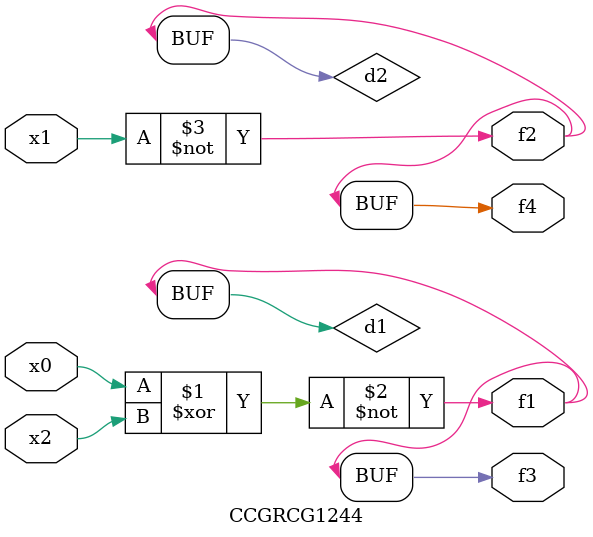
<source format=v>
module CCGRCG1244(
	input x0, x1, x2,
	output f1, f2, f3, f4
);

	wire d1, d2, d3;

	xnor (d1, x0, x2);
	nand (d2, x1);
	nor (d3, x1, x2);
	assign f1 = d1;
	assign f2 = d2;
	assign f3 = d1;
	assign f4 = d2;
endmodule

</source>
